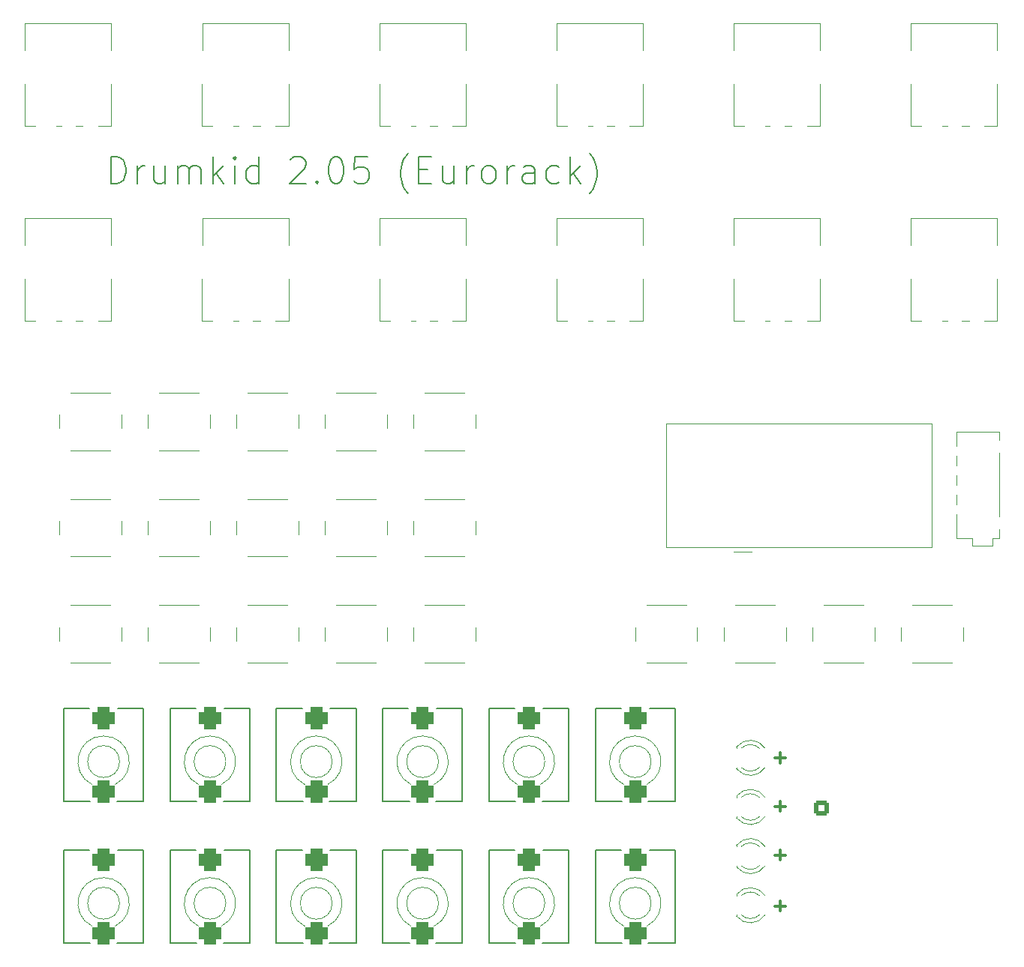
<source format=gbr>
%TF.GenerationSoftware,KiCad,Pcbnew,9.0.1*%
%TF.CreationDate,2025-05-20T14:45:17+01:00*%
%TF.ProjectId,dk2_05,646b325f-3035-42e6-9b69-6361645f7063,rev?*%
%TF.SameCoordinates,Original*%
%TF.FileFunction,Legend,Top*%
%TF.FilePolarity,Positive*%
%FSLAX46Y46*%
G04 Gerber Fmt 4.6, Leading zero omitted, Abs format (unit mm)*
G04 Created by KiCad (PCBNEW 9.0.1) date 2025-05-20 14:45:17*
%MOMM*%
%LPD*%
G01*
G04 APERTURE LIST*
G04 Aperture macros list*
%AMRoundRect*
0 Rectangle with rounded corners*
0 $1 Rounding radius*
0 $2 $3 $4 $5 $6 $7 $8 $9 X,Y pos of 4 corners*
0 Add a 4 corners polygon primitive as box body*
4,1,4,$2,$3,$4,$5,$6,$7,$8,$9,$2,$3,0*
0 Add four circle primitives for the rounded corners*
1,1,$1+$1,$2,$3*
1,1,$1+$1,$4,$5*
1,1,$1+$1,$6,$7*
1,1,$1+$1,$8,$9*
0 Add four rect primitives between the rounded corners*
20,1,$1+$1,$2,$3,$4,$5,0*
20,1,$1+$1,$4,$5,$6,$7,0*
20,1,$1+$1,$6,$7,$8,$9,0*
20,1,$1+$1,$8,$9,$2,$3,0*%
G04 Aperture macros list end*
%ADD10C,0.300000*%
%ADD11C,0.150000*%
%ADD12C,0.120000*%
%ADD13C,0.200000*%
%ADD14C,0.060000*%
%ADD15C,0.080000*%
%ADD16C,2.000000*%
%ADD17O,2.720000X3.240000*%
%ADD18R,1.800000X1.800000*%
%ADD19C,1.800000*%
%ADD20O,3.100000X2.300000*%
%ADD21RoundRect,0.650000X-0.650000X-0.650000X0.650000X-0.650000X0.650000X0.650000X-0.650000X0.650000X0*%
%ADD22R,1.500000X1.500000*%
%ADD23C,1.500000*%
%ADD24C,1.050000*%
%ADD25R,1.350000X1.350000*%
%ADD26R,1.700000X1.700000*%
%ADD27C,1.700000*%
%ADD28RoundRect,0.250000X-0.600000X-0.600000X0.600000X-0.600000X0.600000X0.600000X-0.600000X0.600000X0*%
G04 APERTURE END LIST*
D10*
X159804510Y-128979400D02*
X160947368Y-128979400D01*
X160375939Y-129550828D02*
X160375939Y-128407971D01*
X159804510Y-134479400D02*
X160947368Y-134479400D01*
X160375939Y-135050828D02*
X160375939Y-133907971D01*
X159804510Y-140229400D02*
X160947368Y-140229400D01*
X160375939Y-140800828D02*
X160375939Y-139657971D01*
D11*
X84812969Y-58625057D02*
X84812969Y-55625057D01*
X84812969Y-55625057D02*
X85527255Y-55625057D01*
X85527255Y-55625057D02*
X85955826Y-55767914D01*
X85955826Y-55767914D02*
X86241541Y-56053628D01*
X86241541Y-56053628D02*
X86384398Y-56339342D01*
X86384398Y-56339342D02*
X86527255Y-56910771D01*
X86527255Y-56910771D02*
X86527255Y-57339342D01*
X86527255Y-57339342D02*
X86384398Y-57910771D01*
X86384398Y-57910771D02*
X86241541Y-58196485D01*
X86241541Y-58196485D02*
X85955826Y-58482200D01*
X85955826Y-58482200D02*
X85527255Y-58625057D01*
X85527255Y-58625057D02*
X84812969Y-58625057D01*
X87812969Y-58625057D02*
X87812969Y-56625057D01*
X87812969Y-57196485D02*
X87955826Y-56910771D01*
X87955826Y-56910771D02*
X88098684Y-56767914D01*
X88098684Y-56767914D02*
X88384398Y-56625057D01*
X88384398Y-56625057D02*
X88670112Y-56625057D01*
X90955827Y-56625057D02*
X90955827Y-58625057D01*
X89670112Y-56625057D02*
X89670112Y-58196485D01*
X89670112Y-58196485D02*
X89812969Y-58482200D01*
X89812969Y-58482200D02*
X90098684Y-58625057D01*
X90098684Y-58625057D02*
X90527255Y-58625057D01*
X90527255Y-58625057D02*
X90812969Y-58482200D01*
X90812969Y-58482200D02*
X90955827Y-58339342D01*
X92384398Y-58625057D02*
X92384398Y-56625057D01*
X92384398Y-56910771D02*
X92527255Y-56767914D01*
X92527255Y-56767914D02*
X92812970Y-56625057D01*
X92812970Y-56625057D02*
X93241541Y-56625057D01*
X93241541Y-56625057D02*
X93527255Y-56767914D01*
X93527255Y-56767914D02*
X93670113Y-57053628D01*
X93670113Y-57053628D02*
X93670113Y-58625057D01*
X93670113Y-57053628D02*
X93812970Y-56767914D01*
X93812970Y-56767914D02*
X94098684Y-56625057D01*
X94098684Y-56625057D02*
X94527255Y-56625057D01*
X94527255Y-56625057D02*
X94812970Y-56767914D01*
X94812970Y-56767914D02*
X94955827Y-57053628D01*
X94955827Y-57053628D02*
X94955827Y-58625057D01*
X96384398Y-58625057D02*
X96384398Y-55625057D01*
X96670113Y-57482200D02*
X97527255Y-58625057D01*
X97527255Y-56625057D02*
X96384398Y-57767914D01*
X98812969Y-58625057D02*
X98812969Y-56625057D01*
X98812969Y-55625057D02*
X98670112Y-55767914D01*
X98670112Y-55767914D02*
X98812969Y-55910771D01*
X98812969Y-55910771D02*
X98955826Y-55767914D01*
X98955826Y-55767914D02*
X98812969Y-55625057D01*
X98812969Y-55625057D02*
X98812969Y-55910771D01*
X101527255Y-58625057D02*
X101527255Y-55625057D01*
X101527255Y-58482200D02*
X101241540Y-58625057D01*
X101241540Y-58625057D02*
X100670112Y-58625057D01*
X100670112Y-58625057D02*
X100384397Y-58482200D01*
X100384397Y-58482200D02*
X100241540Y-58339342D01*
X100241540Y-58339342D02*
X100098683Y-58053628D01*
X100098683Y-58053628D02*
X100098683Y-57196485D01*
X100098683Y-57196485D02*
X100241540Y-56910771D01*
X100241540Y-56910771D02*
X100384397Y-56767914D01*
X100384397Y-56767914D02*
X100670112Y-56625057D01*
X100670112Y-56625057D02*
X101241540Y-56625057D01*
X101241540Y-56625057D02*
X101527255Y-56767914D01*
X105098683Y-55910771D02*
X105241540Y-55767914D01*
X105241540Y-55767914D02*
X105527255Y-55625057D01*
X105527255Y-55625057D02*
X106241540Y-55625057D01*
X106241540Y-55625057D02*
X106527255Y-55767914D01*
X106527255Y-55767914D02*
X106670112Y-55910771D01*
X106670112Y-55910771D02*
X106812969Y-56196485D01*
X106812969Y-56196485D02*
X106812969Y-56482200D01*
X106812969Y-56482200D02*
X106670112Y-56910771D01*
X106670112Y-56910771D02*
X104955826Y-58625057D01*
X104955826Y-58625057D02*
X106812969Y-58625057D01*
X108098683Y-58339342D02*
X108241540Y-58482200D01*
X108241540Y-58482200D02*
X108098683Y-58625057D01*
X108098683Y-58625057D02*
X107955826Y-58482200D01*
X107955826Y-58482200D02*
X108098683Y-58339342D01*
X108098683Y-58339342D02*
X108098683Y-58625057D01*
X110098683Y-55625057D02*
X110384397Y-55625057D01*
X110384397Y-55625057D02*
X110670111Y-55767914D01*
X110670111Y-55767914D02*
X110812969Y-55910771D01*
X110812969Y-55910771D02*
X110955826Y-56196485D01*
X110955826Y-56196485D02*
X111098683Y-56767914D01*
X111098683Y-56767914D02*
X111098683Y-57482200D01*
X111098683Y-57482200D02*
X110955826Y-58053628D01*
X110955826Y-58053628D02*
X110812969Y-58339342D01*
X110812969Y-58339342D02*
X110670111Y-58482200D01*
X110670111Y-58482200D02*
X110384397Y-58625057D01*
X110384397Y-58625057D02*
X110098683Y-58625057D01*
X110098683Y-58625057D02*
X109812969Y-58482200D01*
X109812969Y-58482200D02*
X109670111Y-58339342D01*
X109670111Y-58339342D02*
X109527254Y-58053628D01*
X109527254Y-58053628D02*
X109384397Y-57482200D01*
X109384397Y-57482200D02*
X109384397Y-56767914D01*
X109384397Y-56767914D02*
X109527254Y-56196485D01*
X109527254Y-56196485D02*
X109670111Y-55910771D01*
X109670111Y-55910771D02*
X109812969Y-55767914D01*
X109812969Y-55767914D02*
X110098683Y-55625057D01*
X113812969Y-55625057D02*
X112384397Y-55625057D01*
X112384397Y-55625057D02*
X112241540Y-57053628D01*
X112241540Y-57053628D02*
X112384397Y-56910771D01*
X112384397Y-56910771D02*
X112670112Y-56767914D01*
X112670112Y-56767914D02*
X113384397Y-56767914D01*
X113384397Y-56767914D02*
X113670112Y-56910771D01*
X113670112Y-56910771D02*
X113812969Y-57053628D01*
X113812969Y-57053628D02*
X113955826Y-57339342D01*
X113955826Y-57339342D02*
X113955826Y-58053628D01*
X113955826Y-58053628D02*
X113812969Y-58339342D01*
X113812969Y-58339342D02*
X113670112Y-58482200D01*
X113670112Y-58482200D02*
X113384397Y-58625057D01*
X113384397Y-58625057D02*
X112670112Y-58625057D01*
X112670112Y-58625057D02*
X112384397Y-58482200D01*
X112384397Y-58482200D02*
X112241540Y-58339342D01*
X118384397Y-59767914D02*
X118241540Y-59625057D01*
X118241540Y-59625057D02*
X117955826Y-59196485D01*
X117955826Y-59196485D02*
X117812969Y-58910771D01*
X117812969Y-58910771D02*
X117670111Y-58482200D01*
X117670111Y-58482200D02*
X117527254Y-57767914D01*
X117527254Y-57767914D02*
X117527254Y-57196485D01*
X117527254Y-57196485D02*
X117670111Y-56482200D01*
X117670111Y-56482200D02*
X117812969Y-56053628D01*
X117812969Y-56053628D02*
X117955826Y-55767914D01*
X117955826Y-55767914D02*
X118241540Y-55339342D01*
X118241540Y-55339342D02*
X118384397Y-55196485D01*
X119527254Y-57053628D02*
X120527254Y-57053628D01*
X120955826Y-58625057D02*
X119527254Y-58625057D01*
X119527254Y-58625057D02*
X119527254Y-55625057D01*
X119527254Y-55625057D02*
X120955826Y-55625057D01*
X123527255Y-56625057D02*
X123527255Y-58625057D01*
X122241540Y-56625057D02*
X122241540Y-58196485D01*
X122241540Y-58196485D02*
X122384397Y-58482200D01*
X122384397Y-58482200D02*
X122670112Y-58625057D01*
X122670112Y-58625057D02*
X123098683Y-58625057D01*
X123098683Y-58625057D02*
X123384397Y-58482200D01*
X123384397Y-58482200D02*
X123527255Y-58339342D01*
X124955826Y-58625057D02*
X124955826Y-56625057D01*
X124955826Y-57196485D02*
X125098683Y-56910771D01*
X125098683Y-56910771D02*
X125241541Y-56767914D01*
X125241541Y-56767914D02*
X125527255Y-56625057D01*
X125527255Y-56625057D02*
X125812969Y-56625057D01*
X127241541Y-58625057D02*
X126955826Y-58482200D01*
X126955826Y-58482200D02*
X126812969Y-58339342D01*
X126812969Y-58339342D02*
X126670112Y-58053628D01*
X126670112Y-58053628D02*
X126670112Y-57196485D01*
X126670112Y-57196485D02*
X126812969Y-56910771D01*
X126812969Y-56910771D02*
X126955826Y-56767914D01*
X126955826Y-56767914D02*
X127241541Y-56625057D01*
X127241541Y-56625057D02*
X127670112Y-56625057D01*
X127670112Y-56625057D02*
X127955826Y-56767914D01*
X127955826Y-56767914D02*
X128098684Y-56910771D01*
X128098684Y-56910771D02*
X128241541Y-57196485D01*
X128241541Y-57196485D02*
X128241541Y-58053628D01*
X128241541Y-58053628D02*
X128098684Y-58339342D01*
X128098684Y-58339342D02*
X127955826Y-58482200D01*
X127955826Y-58482200D02*
X127670112Y-58625057D01*
X127670112Y-58625057D02*
X127241541Y-58625057D01*
X129527255Y-58625057D02*
X129527255Y-56625057D01*
X129527255Y-57196485D02*
X129670112Y-56910771D01*
X129670112Y-56910771D02*
X129812970Y-56767914D01*
X129812970Y-56767914D02*
X130098684Y-56625057D01*
X130098684Y-56625057D02*
X130384398Y-56625057D01*
X132670113Y-58625057D02*
X132670113Y-57053628D01*
X132670113Y-57053628D02*
X132527255Y-56767914D01*
X132527255Y-56767914D02*
X132241541Y-56625057D01*
X132241541Y-56625057D02*
X131670113Y-56625057D01*
X131670113Y-56625057D02*
X131384398Y-56767914D01*
X132670113Y-58482200D02*
X132384398Y-58625057D01*
X132384398Y-58625057D02*
X131670113Y-58625057D01*
X131670113Y-58625057D02*
X131384398Y-58482200D01*
X131384398Y-58482200D02*
X131241541Y-58196485D01*
X131241541Y-58196485D02*
X131241541Y-57910771D01*
X131241541Y-57910771D02*
X131384398Y-57625057D01*
X131384398Y-57625057D02*
X131670113Y-57482200D01*
X131670113Y-57482200D02*
X132384398Y-57482200D01*
X132384398Y-57482200D02*
X132670113Y-57339342D01*
X135384399Y-58482200D02*
X135098684Y-58625057D01*
X135098684Y-58625057D02*
X134527256Y-58625057D01*
X134527256Y-58625057D02*
X134241541Y-58482200D01*
X134241541Y-58482200D02*
X134098684Y-58339342D01*
X134098684Y-58339342D02*
X133955827Y-58053628D01*
X133955827Y-58053628D02*
X133955827Y-57196485D01*
X133955827Y-57196485D02*
X134098684Y-56910771D01*
X134098684Y-56910771D02*
X134241541Y-56767914D01*
X134241541Y-56767914D02*
X134527256Y-56625057D01*
X134527256Y-56625057D02*
X135098684Y-56625057D01*
X135098684Y-56625057D02*
X135384399Y-56767914D01*
X136670113Y-58625057D02*
X136670113Y-55625057D01*
X136955828Y-57482200D02*
X137812970Y-58625057D01*
X137812970Y-56625057D02*
X136670113Y-57767914D01*
X138812970Y-59767914D02*
X138955827Y-59625057D01*
X138955827Y-59625057D02*
X139241541Y-59196485D01*
X139241541Y-59196485D02*
X139384399Y-58910771D01*
X139384399Y-58910771D02*
X139527256Y-58482200D01*
X139527256Y-58482200D02*
X139670113Y-57767914D01*
X139670113Y-57767914D02*
X139670113Y-57196485D01*
X139670113Y-57196485D02*
X139527256Y-56482200D01*
X139527256Y-56482200D02*
X139384399Y-56053628D01*
X139384399Y-56053628D02*
X139241541Y-55767914D01*
X139241541Y-55767914D02*
X138955827Y-55339342D01*
X138955827Y-55339342D02*
X138812970Y-55196485D01*
D10*
X159804510Y-123479400D02*
X160947368Y-123479400D01*
X160375939Y-124050828D02*
X160375939Y-122907971D01*
D12*
%TO.C,SW10*%
X119000000Y-96750000D02*
X119000000Y-98250000D01*
X120250000Y-100750000D02*
X124750000Y-100750000D01*
X124750000Y-94250000D02*
X120250000Y-94250000D01*
X126000000Y-98250000D02*
X126000000Y-96750000D01*
%TO.C,SW8*%
X99000000Y-96750000D02*
X99000000Y-98250000D01*
X100250000Y-100750000D02*
X104750000Y-100750000D01*
X104750000Y-94250000D02*
X100250000Y-94250000D01*
X106000000Y-98250000D02*
X106000000Y-96750000D01*
%TO.C,RV3*%
X115120000Y-52120000D02*
X115120000Y-47400000D01*
X115130000Y-43590000D02*
X115130000Y-40530000D01*
X116310000Y-52120000D02*
X115130000Y-52120000D01*
X119210000Y-52120000D02*
X118680000Y-52120000D01*
X121660000Y-52120000D02*
X120830000Y-52120000D01*
X124870000Y-40530000D02*
X115130000Y-40530000D01*
X124870000Y-43590000D02*
X124870000Y-40530000D01*
X124870000Y-52120000D02*
X123380000Y-52120000D01*
X124870000Y-52120000D02*
X124870000Y-47400000D01*
D13*
%TO.C,J1*%
X91500000Y-117920000D02*
X94400000Y-117920000D01*
X91500000Y-128420000D02*
X91500000Y-117920000D01*
X91500000Y-128420000D02*
X94500000Y-128420000D01*
X97500000Y-128420000D02*
X100500000Y-128420000D01*
X97600000Y-117920000D02*
X100500000Y-117920000D01*
X100500000Y-128420000D02*
X100500000Y-117920000D01*
D12*
X94703737Y-126508577D02*
G75*
G02*
X96000000Y-121024999I1296263J2588577D01*
G01*
X96000000Y-121025000D02*
G75*
G02*
X97296263Y-126508576I0J-2895000D01*
G01*
X97800000Y-123920000D02*
G75*
G02*
X94200000Y-123920000I-1800000J0D01*
G01*
X94200000Y-123920000D02*
G75*
G02*
X97800000Y-123920000I1800000J0D01*
G01*
D13*
%TO.C,J12*%
X127500000Y-117920000D02*
X130400000Y-117920000D01*
X127500000Y-128420000D02*
X127500000Y-117920000D01*
X127500000Y-128420000D02*
X130500000Y-128420000D01*
X133500000Y-128420000D02*
X136500000Y-128420000D01*
X133600000Y-117920000D02*
X136500000Y-117920000D01*
X136500000Y-128420000D02*
X136500000Y-117920000D01*
D12*
X130703737Y-126508577D02*
G75*
G02*
X132000000Y-121024999I1296263J2588577D01*
G01*
X132000000Y-121025000D02*
G75*
G02*
X133296263Y-126508576I0J-2895000D01*
G01*
X133800000Y-123920000D02*
G75*
G02*
X130200000Y-123920000I-1800000J0D01*
G01*
X130200000Y-123920000D02*
G75*
G02*
X133800000Y-123920000I1800000J0D01*
G01*
%TO.C,RV8*%
X135120000Y-74120000D02*
X135120000Y-69400000D01*
X135130000Y-65590000D02*
X135130000Y-62530000D01*
X136310000Y-74120000D02*
X135130000Y-74120000D01*
X139210000Y-74120000D02*
X138680000Y-74120000D01*
X141660000Y-74120000D02*
X140830000Y-74120000D01*
X144870000Y-62530000D02*
X135130000Y-62530000D01*
X144870000Y-65590000D02*
X144870000Y-62530000D01*
X144870000Y-74120000D02*
X143380000Y-74120000D01*
X144870000Y-74120000D02*
X144870000Y-69400000D01*
D13*
%TO.C,J11*%
X115500000Y-117920000D02*
X118400000Y-117920000D01*
X115500000Y-128420000D02*
X115500000Y-117920000D01*
X115500000Y-128420000D02*
X118500000Y-128420000D01*
X121500000Y-128420000D02*
X124500000Y-128420000D01*
X121600000Y-117920000D02*
X124500000Y-117920000D01*
X124500000Y-128420000D02*
X124500000Y-117920000D01*
D12*
X118703737Y-126508577D02*
G75*
G02*
X120000000Y-121024999I1296263J2588577D01*
G01*
X120000000Y-121025000D02*
G75*
G02*
X121296263Y-126508576I0J-2895000D01*
G01*
X121800000Y-123920000D02*
G75*
G02*
X118200000Y-123920000I-1800000J0D01*
G01*
X118200000Y-123920000D02*
G75*
G02*
X121800000Y-123920000I1800000J0D01*
G01*
%TO.C,SW19*%
X174000000Y-108750000D02*
X174000000Y-110250000D01*
X175250000Y-112750000D02*
X179750000Y-112750000D01*
X179750000Y-106250000D02*
X175250000Y-106250000D01*
X181000000Y-110250000D02*
X181000000Y-108750000D01*
D13*
%TO.C,J9*%
X139500000Y-133920000D02*
X142400000Y-133920000D01*
X139500000Y-144420000D02*
X139500000Y-133920000D01*
X139500000Y-144420000D02*
X142500000Y-144420000D01*
X145500000Y-144420000D02*
X148500000Y-144420000D01*
X145600000Y-133920000D02*
X148500000Y-133920000D01*
X148500000Y-144420000D02*
X148500000Y-133920000D01*
D12*
X142703737Y-142508577D02*
G75*
G02*
X144000000Y-137024999I1296263J2588577D01*
G01*
X144000000Y-137025000D02*
G75*
G02*
X145296263Y-142508576I0J-2895000D01*
G01*
X145800000Y-139920000D02*
G75*
G02*
X142200000Y-139920000I-1800000J0D01*
G01*
X142200000Y-139920000D02*
G75*
G02*
X145800000Y-139920000I1800000J0D01*
G01*
%TO.C,RV4*%
X135120000Y-52120000D02*
X135120000Y-47400000D01*
X135130000Y-43590000D02*
X135130000Y-40530000D01*
X136310000Y-52120000D02*
X135130000Y-52120000D01*
X139210000Y-52120000D02*
X138680000Y-52120000D01*
X141660000Y-52120000D02*
X140830000Y-52120000D01*
X144870000Y-40530000D02*
X135130000Y-40530000D01*
X144870000Y-43590000D02*
X144870000Y-40530000D01*
X144870000Y-52120000D02*
X143380000Y-52120000D01*
X144870000Y-52120000D02*
X144870000Y-47400000D01*
%TO.C,SW3*%
X99000000Y-84750000D02*
X99000000Y-86250000D01*
X100250000Y-88750000D02*
X104750000Y-88750000D01*
X104750000Y-82250000D02*
X100250000Y-82250000D01*
X106000000Y-86250000D02*
X106000000Y-84750000D01*
%TO.C,RV1*%
X75120000Y-52120000D02*
X75120000Y-47400000D01*
X75130000Y-43590000D02*
X75130000Y-40530000D01*
X76310000Y-52120000D02*
X75130000Y-52120000D01*
X79210000Y-52120000D02*
X78680000Y-52120000D01*
X81660000Y-52120000D02*
X80830000Y-52120000D01*
X84870000Y-40530000D02*
X75130000Y-40530000D01*
X84870000Y-43590000D02*
X84870000Y-40530000D01*
X84870000Y-52120000D02*
X83380000Y-52120000D01*
X84870000Y-52120000D02*
X84870000Y-47400000D01*
%TO.C,RV10*%
X175120000Y-52120000D02*
X175120000Y-47400000D01*
X175130000Y-43590000D02*
X175130000Y-40530000D01*
X176310000Y-52120000D02*
X175130000Y-52120000D01*
X179210000Y-52120000D02*
X178680000Y-52120000D01*
X181660000Y-52120000D02*
X180830000Y-52120000D01*
X184870000Y-40530000D02*
X175130000Y-40530000D01*
X184870000Y-43590000D02*
X184870000Y-40530000D01*
X184870000Y-52120000D02*
X183380000Y-52120000D01*
X184870000Y-52120000D02*
X184870000Y-47400000D01*
D13*
%TO.C,J3*%
X79500000Y-117920000D02*
X82400000Y-117920000D01*
X79500000Y-128420000D02*
X79500000Y-117920000D01*
X79500000Y-128420000D02*
X82500000Y-128420000D01*
X85500000Y-128420000D02*
X88500000Y-128420000D01*
X85600000Y-117920000D02*
X88500000Y-117920000D01*
X88500000Y-128420000D02*
X88500000Y-117920000D01*
D12*
X82703737Y-126508577D02*
G75*
G02*
X84000000Y-121024999I1296263J2588577D01*
G01*
X84000000Y-121025000D02*
G75*
G02*
X85296263Y-126508576I0J-2895000D01*
G01*
X85800000Y-123920000D02*
G75*
G02*
X82200000Y-123920000I-1800000J0D01*
G01*
X82200000Y-123920000D02*
G75*
G02*
X85800000Y-123920000I1800000J0D01*
G01*
%TO.C,SW9*%
X109000000Y-96750000D02*
X109000000Y-98250000D01*
X110250000Y-100750000D02*
X114750000Y-100750000D01*
X114750000Y-94250000D02*
X110250000Y-94250000D01*
X116000000Y-98250000D02*
X116000000Y-96750000D01*
D13*
%TO.C,J13*%
X115500000Y-133920000D02*
X118400000Y-133920000D01*
X115500000Y-144420000D02*
X115500000Y-133920000D01*
X115500000Y-144420000D02*
X118500000Y-144420000D01*
X121500000Y-144420000D02*
X124500000Y-144420000D01*
X121600000Y-133920000D02*
X124500000Y-133920000D01*
X124500000Y-144420000D02*
X124500000Y-133920000D01*
D12*
X118703737Y-142508577D02*
G75*
G02*
X120000000Y-137024999I1296263J2588577D01*
G01*
X120000000Y-137025000D02*
G75*
G02*
X121296263Y-142508576I0J-2895000D01*
G01*
X121800000Y-139920000D02*
G75*
G02*
X118200000Y-139920000I-1800000J0D01*
G01*
X118200000Y-139920000D02*
G75*
G02*
X121800000Y-139920000I1800000J0D01*
G01*
D13*
%TO.C,J14*%
X127500000Y-133920000D02*
X130400000Y-133920000D01*
X127500000Y-144420000D02*
X127500000Y-133920000D01*
X127500000Y-144420000D02*
X130500000Y-144420000D01*
X133500000Y-144420000D02*
X136500000Y-144420000D01*
X133600000Y-133920000D02*
X136500000Y-133920000D01*
X136500000Y-144420000D02*
X136500000Y-133920000D01*
D12*
X130703737Y-142508577D02*
G75*
G02*
X132000000Y-137024999I1296263J2588577D01*
G01*
X132000000Y-137025000D02*
G75*
G02*
X133296263Y-142508576I0J-2895000D01*
G01*
X133800000Y-139920000D02*
G75*
G02*
X130200000Y-139920000I-1800000J0D01*
G01*
X130200000Y-139920000D02*
G75*
G02*
X133800000Y-139920000I1800000J0D01*
G01*
%TO.C,SW6*%
X79000000Y-96750000D02*
X79000000Y-98250000D01*
X80250000Y-100750000D02*
X84750000Y-100750000D01*
X84750000Y-94250000D02*
X80250000Y-94250000D01*
X86000000Y-98250000D02*
X86000000Y-96750000D01*
%TO.C,RV7*%
X115120000Y-74120000D02*
X115120000Y-69400000D01*
X115130000Y-65590000D02*
X115130000Y-62530000D01*
X116310000Y-74120000D02*
X115130000Y-74120000D01*
X119210000Y-74120000D02*
X118680000Y-74120000D01*
X121660000Y-74120000D02*
X120830000Y-74120000D01*
X124870000Y-62530000D02*
X115130000Y-62530000D01*
X124870000Y-65590000D02*
X124870000Y-62530000D01*
X124870000Y-74120000D02*
X123380000Y-74120000D01*
X124870000Y-74120000D02*
X124870000Y-69400000D01*
%TO.C,SW17*%
X154000000Y-108750000D02*
X154000000Y-110250000D01*
X155250000Y-112750000D02*
X159750000Y-112750000D01*
X159750000Y-106250000D02*
X155250000Y-106250000D01*
X161000000Y-110250000D02*
X161000000Y-108750000D01*
%TO.C,SW1*%
X79000000Y-84750000D02*
X79000000Y-86250000D01*
X80250000Y-88750000D02*
X84750000Y-88750000D01*
X84750000Y-82250000D02*
X80250000Y-82250000D01*
X86000000Y-86250000D02*
X86000000Y-84750000D01*
%TO.C,U3*%
X155150000Y-100190000D02*
X157150000Y-100190000D01*
X147500000Y-99730000D02*
X177500000Y-99730000D01*
X177500000Y-85730000D01*
X147500000Y-85730000D01*
X147500000Y-99730000D01*
D14*
%TO.C,J5*%
X180220000Y-86700000D02*
X182020000Y-86700000D01*
X180220000Y-98700000D02*
X180220000Y-86700000D01*
D15*
X182020000Y-86700000D02*
X184320000Y-86700000D01*
D14*
X182020000Y-98700000D02*
X180220000Y-98700000D01*
D15*
X182020000Y-99500000D02*
X182020000Y-98700000D01*
X184320000Y-98700000D02*
X184320000Y-99500000D01*
D14*
X184320000Y-98700000D02*
X185120000Y-98700000D01*
D15*
X184320000Y-99500000D02*
X182020000Y-99500000D01*
D14*
X185120000Y-86700000D02*
X184320000Y-86700000D01*
X185120000Y-98700000D02*
X185120000Y-86700000D01*
D12*
%TO.C,D3*%
X155435000Y-133364000D02*
X155435000Y-133520000D01*
X155435000Y-135680000D02*
X155435000Y-135836000D01*
X155435000Y-133364484D02*
G75*
G02*
X158666397Y-133519939I1560000J-1235516D01*
G01*
X155954039Y-133520000D02*
G75*
G02*
X158035910Y-133519951I1040961J-1080000D01*
G01*
X158035910Y-135680049D02*
G75*
G02*
X155954039Y-135680000I-1040910J1080049D01*
G01*
X158666397Y-135680061D02*
G75*
G02*
X155435000Y-135835516I-1671397J1080061D01*
G01*
%TO.C,RV11*%
X155120000Y-74120000D02*
X155120000Y-69400000D01*
X155130000Y-65590000D02*
X155130000Y-62530000D01*
X156310000Y-74120000D02*
X155130000Y-74120000D01*
X159210000Y-74120000D02*
X158680000Y-74120000D01*
X161660000Y-74120000D02*
X160830000Y-74120000D01*
X164870000Y-62530000D02*
X155130000Y-62530000D01*
X164870000Y-65590000D02*
X164870000Y-62530000D01*
X164870000Y-74120000D02*
X163380000Y-74120000D01*
X164870000Y-74120000D02*
X164870000Y-69400000D01*
%TO.C,RV9*%
X155120000Y-52120000D02*
X155120000Y-47400000D01*
X155130000Y-43590000D02*
X155130000Y-40530000D01*
X156310000Y-52120000D02*
X155130000Y-52120000D01*
X159210000Y-52120000D02*
X158680000Y-52120000D01*
X161660000Y-52120000D02*
X160830000Y-52120000D01*
X164870000Y-40530000D02*
X155130000Y-40530000D01*
X164870000Y-43590000D02*
X164870000Y-40530000D01*
X164870000Y-52120000D02*
X163380000Y-52120000D01*
X164870000Y-52120000D02*
X164870000Y-47400000D01*
D13*
%TO.C,J6*%
X91500000Y-133920000D02*
X94400000Y-133920000D01*
X91500000Y-144420000D02*
X91500000Y-133920000D01*
X91500000Y-144420000D02*
X94500000Y-144420000D01*
X97500000Y-144420000D02*
X100500000Y-144420000D01*
X97600000Y-133920000D02*
X100500000Y-133920000D01*
X100500000Y-144420000D02*
X100500000Y-133920000D01*
D12*
X94703737Y-142508577D02*
G75*
G02*
X96000000Y-137024999I1296263J2588577D01*
G01*
X96000000Y-137025000D02*
G75*
G02*
X97296263Y-142508576I0J-2895000D01*
G01*
X97800000Y-139920000D02*
G75*
G02*
X94200000Y-139920000I-1800000J0D01*
G01*
X94200000Y-139920000D02*
G75*
G02*
X97800000Y-139920000I1800000J0D01*
G01*
%TO.C,SW15*%
X119000000Y-108750000D02*
X119000000Y-110250000D01*
X120250000Y-112750000D02*
X124750000Y-112750000D01*
X124750000Y-106250000D02*
X120250000Y-106250000D01*
X126000000Y-110250000D02*
X126000000Y-108750000D01*
%TO.C,SW13*%
X99000000Y-108750000D02*
X99000000Y-110250000D01*
X100250000Y-112750000D02*
X104750000Y-112750000D01*
X104750000Y-106250000D02*
X100250000Y-106250000D01*
X106000000Y-110250000D02*
X106000000Y-108750000D01*
%TO.C,SW18*%
X164000000Y-108750000D02*
X164000000Y-110250000D01*
X165250000Y-112750000D02*
X169750000Y-112750000D01*
X169750000Y-106250000D02*
X165250000Y-106250000D01*
X171000000Y-110250000D02*
X171000000Y-108750000D01*
%TO.C,SW11*%
X79000000Y-108750000D02*
X79000000Y-110250000D01*
X80250000Y-112750000D02*
X84750000Y-112750000D01*
X84750000Y-106250000D02*
X80250000Y-106250000D01*
X86000000Y-110250000D02*
X86000000Y-108750000D01*
%TO.C,SW2*%
X89000000Y-84750000D02*
X89000000Y-86250000D01*
X90250000Y-88750000D02*
X94750000Y-88750000D01*
X94750000Y-82250000D02*
X90250000Y-82250000D01*
X96000000Y-86250000D02*
X96000000Y-84750000D01*
%TO.C,SW7*%
X89000000Y-96750000D02*
X89000000Y-98250000D01*
X90250000Y-100750000D02*
X94750000Y-100750000D01*
X94750000Y-94250000D02*
X90250000Y-94250000D01*
X96000000Y-98250000D02*
X96000000Y-96750000D01*
%TO.C,D2*%
X155435000Y-127814000D02*
X155435000Y-127970000D01*
X155435000Y-130130000D02*
X155435000Y-130286000D01*
X155435000Y-127814484D02*
G75*
G02*
X158666397Y-127969939I1560000J-1235516D01*
G01*
X155954039Y-127970000D02*
G75*
G02*
X158035910Y-127969951I1040961J-1080000D01*
G01*
X158035910Y-130130049D02*
G75*
G02*
X155954039Y-130130000I-1040910J1080049D01*
G01*
X158666397Y-130130061D02*
G75*
G02*
X155435000Y-130285516I-1671397J1080061D01*
G01*
%TO.C,D1*%
X155435000Y-122264000D02*
X155435000Y-122420000D01*
X155435000Y-124580000D02*
X155435000Y-124736000D01*
X155435000Y-122264484D02*
G75*
G02*
X158666397Y-122419939I1560000J-1235516D01*
G01*
X155954039Y-122420000D02*
G75*
G02*
X158035910Y-122419951I1040961J-1080000D01*
G01*
X158035910Y-124580049D02*
G75*
G02*
X155954039Y-124580000I-1040910J1080049D01*
G01*
X158666397Y-124580061D02*
G75*
G02*
X155435000Y-124735516I-1671397J1080061D01*
G01*
D13*
%TO.C,J4*%
X139500000Y-117920000D02*
X142400000Y-117920000D01*
X139500000Y-128420000D02*
X139500000Y-117920000D01*
X139500000Y-128420000D02*
X142500000Y-128420000D01*
X145500000Y-128420000D02*
X148500000Y-128420000D01*
X145600000Y-117920000D02*
X148500000Y-117920000D01*
X148500000Y-128420000D02*
X148500000Y-117920000D01*
D12*
X142703737Y-126508577D02*
G75*
G02*
X144000000Y-121024999I1296263J2588577D01*
G01*
X144000000Y-121025000D02*
G75*
G02*
X145296263Y-126508576I0J-2895000D01*
G01*
X145800000Y-123920000D02*
G75*
G02*
X142200000Y-123920000I-1800000J0D01*
G01*
X142200000Y-123920000D02*
G75*
G02*
X145800000Y-123920000I1800000J0D01*
G01*
%TO.C,SW12*%
X89000000Y-108750000D02*
X89000000Y-110250000D01*
X90250000Y-112750000D02*
X94750000Y-112750000D01*
X94750000Y-106250000D02*
X90250000Y-106250000D01*
X96000000Y-110250000D02*
X96000000Y-108750000D01*
%TO.C,D4*%
X155435000Y-138914000D02*
X155435000Y-139070000D01*
X155435000Y-141230000D02*
X155435000Y-141386000D01*
X155435000Y-138914484D02*
G75*
G02*
X158666397Y-139069939I1560000J-1235516D01*
G01*
X155954039Y-139070000D02*
G75*
G02*
X158035910Y-139069951I1040961J-1080000D01*
G01*
X158035910Y-141230049D02*
G75*
G02*
X155954039Y-141230000I-1040910J1080049D01*
G01*
X158666397Y-141230061D02*
G75*
G02*
X155435000Y-141385516I-1671397J1080061D01*
G01*
%TO.C,SW4*%
X109000000Y-84750000D02*
X109000000Y-86250000D01*
X110250000Y-88750000D02*
X114750000Y-88750000D01*
X114750000Y-82250000D02*
X110250000Y-82250000D01*
X116000000Y-86250000D02*
X116000000Y-84750000D01*
%TO.C,RV12*%
X175120000Y-74120000D02*
X175120000Y-69400000D01*
X175130000Y-65590000D02*
X175130000Y-62530000D01*
X176310000Y-74120000D02*
X175130000Y-74120000D01*
X179210000Y-74120000D02*
X178680000Y-74120000D01*
X181660000Y-74120000D02*
X180830000Y-74120000D01*
X184870000Y-62530000D02*
X175130000Y-62530000D01*
X184870000Y-65590000D02*
X184870000Y-62530000D01*
X184870000Y-74120000D02*
X183380000Y-74120000D01*
X184870000Y-74120000D02*
X184870000Y-69400000D01*
D13*
%TO.C,J7*%
X103500000Y-133920000D02*
X106400000Y-133920000D01*
X103500000Y-144420000D02*
X103500000Y-133920000D01*
X103500000Y-144420000D02*
X106500000Y-144420000D01*
X109500000Y-144420000D02*
X112500000Y-144420000D01*
X109600000Y-133920000D02*
X112500000Y-133920000D01*
X112500000Y-144420000D02*
X112500000Y-133920000D01*
D12*
X106703737Y-142508577D02*
G75*
G02*
X108000000Y-137024999I1296263J2588577D01*
G01*
X108000000Y-137025000D02*
G75*
G02*
X109296263Y-142508576I0J-2895000D01*
G01*
X109800000Y-139920000D02*
G75*
G02*
X106200000Y-139920000I-1800000J0D01*
G01*
X106200000Y-139920000D02*
G75*
G02*
X109800000Y-139920000I1800000J0D01*
G01*
%TO.C,RV6*%
X95120000Y-74120000D02*
X95120000Y-69400000D01*
X95130000Y-65590000D02*
X95130000Y-62530000D01*
X96310000Y-74120000D02*
X95130000Y-74120000D01*
X99210000Y-74120000D02*
X98680000Y-74120000D01*
X101660000Y-74120000D02*
X100830000Y-74120000D01*
X104870000Y-62530000D02*
X95130000Y-62530000D01*
X104870000Y-65590000D02*
X104870000Y-62530000D01*
X104870000Y-74120000D02*
X103380000Y-74120000D01*
X104870000Y-74120000D02*
X104870000Y-69400000D01*
D13*
%TO.C,J2*%
X103500000Y-117920000D02*
X106400000Y-117920000D01*
X103500000Y-128420000D02*
X103500000Y-117920000D01*
X103500000Y-128420000D02*
X106500000Y-128420000D01*
X109500000Y-128420000D02*
X112500000Y-128420000D01*
X109600000Y-117920000D02*
X112500000Y-117920000D01*
X112500000Y-128420000D02*
X112500000Y-117920000D01*
D12*
X106703737Y-126508577D02*
G75*
G02*
X108000000Y-121024999I1296263J2588577D01*
G01*
X108000000Y-121025000D02*
G75*
G02*
X109296263Y-126508576I0J-2895000D01*
G01*
X109800000Y-123920000D02*
G75*
G02*
X106200000Y-123920000I-1800000J0D01*
G01*
X106200000Y-123920000D02*
G75*
G02*
X109800000Y-123920000I1800000J0D01*
G01*
%TO.C,RV5*%
X75120000Y-74120000D02*
X75120000Y-69400000D01*
X75130000Y-65590000D02*
X75130000Y-62530000D01*
X76310000Y-74120000D02*
X75130000Y-74120000D01*
X79210000Y-74120000D02*
X78680000Y-74120000D01*
X81660000Y-74120000D02*
X80830000Y-74120000D01*
X84870000Y-62530000D02*
X75130000Y-62530000D01*
X84870000Y-65590000D02*
X84870000Y-62530000D01*
X84870000Y-74120000D02*
X83380000Y-74120000D01*
X84870000Y-74120000D02*
X84870000Y-69400000D01*
%TO.C,SW5*%
X119000000Y-84750000D02*
X119000000Y-86250000D01*
X120250000Y-88750000D02*
X124750000Y-88750000D01*
X124750000Y-82250000D02*
X120250000Y-82250000D01*
X126000000Y-86250000D02*
X126000000Y-84750000D01*
%TO.C,RV2*%
X95120000Y-52120000D02*
X95120000Y-47400000D01*
X95130000Y-43590000D02*
X95130000Y-40530000D01*
X96310000Y-52120000D02*
X95130000Y-52120000D01*
X99210000Y-52120000D02*
X98680000Y-52120000D01*
X101660000Y-52120000D02*
X100830000Y-52120000D01*
X104870000Y-40530000D02*
X95130000Y-40530000D01*
X104870000Y-43590000D02*
X104870000Y-40530000D01*
X104870000Y-52120000D02*
X103380000Y-52120000D01*
X104870000Y-52120000D02*
X104870000Y-47400000D01*
%TO.C,SW16*%
X144000000Y-108750000D02*
X144000000Y-110250000D01*
X145250000Y-112750000D02*
X149750000Y-112750000D01*
X149750000Y-106250000D02*
X145250000Y-106250000D01*
X151000000Y-110250000D02*
X151000000Y-108750000D01*
D13*
%TO.C,J8*%
X79500000Y-133920000D02*
X82400000Y-133920000D01*
X79500000Y-144420000D02*
X79500000Y-133920000D01*
X79500000Y-144420000D02*
X82500000Y-144420000D01*
X85500000Y-144420000D02*
X88500000Y-144420000D01*
X85600000Y-133920000D02*
X88500000Y-133920000D01*
X88500000Y-144420000D02*
X88500000Y-133920000D01*
D12*
X82703737Y-142508577D02*
G75*
G02*
X84000000Y-137024999I1296263J2588577D01*
G01*
X84000000Y-137025000D02*
G75*
G02*
X85296263Y-142508576I0J-2895000D01*
G01*
X85800000Y-139920000D02*
G75*
G02*
X82200000Y-139920000I-1800000J0D01*
G01*
X82200000Y-139920000D02*
G75*
G02*
X85800000Y-139920000I1800000J0D01*
G01*
%TO.C,SW14*%
X109000000Y-108750000D02*
X109000000Y-110250000D01*
X110250000Y-112750000D02*
X114750000Y-112750000D01*
X114750000Y-106250000D02*
X110250000Y-106250000D01*
X116000000Y-110250000D02*
X116000000Y-108750000D01*
%TD*%
%LPC*%
D16*
%TO.C,SW10*%
X119250000Y-95250000D03*
X125750000Y-95250000D03*
X119250000Y-99750000D03*
X125750000Y-99750000D03*
%TD*%
%TO.C,SW8*%
X99250000Y-95250000D03*
X105750000Y-95250000D03*
X99250000Y-99750000D03*
X105750000Y-99750000D03*
%TD*%
D17*
%TO.C,RV3*%
X115200000Y-45500000D03*
X124800000Y-45500000D03*
D18*
X117500000Y-53000000D03*
D19*
X120000000Y-53000000D03*
X122500000Y-53000000D03*
%TD*%
D20*
%TO.C,J1*%
X96000000Y-130400000D03*
D21*
X96000000Y-119000000D03*
X96000000Y-127300000D03*
%TD*%
D20*
%TO.C,J12*%
X132000000Y-130400000D03*
D21*
X132000000Y-119000000D03*
X132000000Y-127300000D03*
%TD*%
D17*
%TO.C,RV8*%
X135200000Y-67500000D03*
X144800000Y-67500000D03*
D18*
X137500000Y-75000000D03*
D19*
X140000000Y-75000000D03*
X142500000Y-75000000D03*
%TD*%
D20*
%TO.C,J11*%
X120000000Y-130400000D03*
D21*
X120000000Y-119000000D03*
X120000000Y-127300000D03*
%TD*%
D16*
%TO.C,SW19*%
X174250000Y-107250000D03*
X180750000Y-107250000D03*
X174250000Y-111750000D03*
X180750000Y-111750000D03*
%TD*%
D20*
%TO.C,J9*%
X144000000Y-146400000D03*
D21*
X144000000Y-135000000D03*
X144000000Y-143300000D03*
%TD*%
D17*
%TO.C,RV4*%
X135200000Y-45500000D03*
X144800000Y-45500000D03*
D18*
X137500000Y-53000000D03*
D19*
X140000000Y-53000000D03*
X142500000Y-53000000D03*
%TD*%
D16*
%TO.C,SW3*%
X99250000Y-83250000D03*
X105750000Y-83250000D03*
X99250000Y-87750000D03*
X105750000Y-87750000D03*
%TD*%
D17*
%TO.C,RV1*%
X75200000Y-45500000D03*
X84800000Y-45500000D03*
D18*
X77500000Y-53000000D03*
D19*
X80000000Y-53000000D03*
X82500000Y-53000000D03*
%TD*%
D17*
%TO.C,RV10*%
X175200000Y-45500000D03*
X184800000Y-45500000D03*
D18*
X177500000Y-53000000D03*
D19*
X180000000Y-53000000D03*
X182500000Y-53000000D03*
%TD*%
D20*
%TO.C,J3*%
X84000000Y-130400000D03*
D21*
X84000000Y-119000000D03*
X84000000Y-127300000D03*
%TD*%
D16*
%TO.C,SW9*%
X109250000Y-95250000D03*
X115750000Y-95250000D03*
X109250000Y-99750000D03*
X115750000Y-99750000D03*
%TD*%
D20*
%TO.C,J13*%
X120000000Y-146400000D03*
D21*
X120000000Y-135000000D03*
X120000000Y-143300000D03*
%TD*%
D20*
%TO.C,J14*%
X132000000Y-146400000D03*
D21*
X132000000Y-135000000D03*
X132000000Y-143300000D03*
%TD*%
D16*
%TO.C,SW6*%
X79250000Y-95250000D03*
X85750000Y-95250000D03*
X79250000Y-99750000D03*
X85750000Y-99750000D03*
%TD*%
D17*
%TO.C,RV7*%
X115200000Y-67500000D03*
X124800000Y-67500000D03*
D18*
X117500000Y-75000000D03*
D19*
X120000000Y-75000000D03*
X122500000Y-75000000D03*
%TD*%
D16*
%TO.C,SW17*%
X154250000Y-107250000D03*
X160750000Y-107250000D03*
X154250000Y-111750000D03*
X160750000Y-111750000D03*
%TD*%
%TO.C,SW1*%
X79250000Y-83250000D03*
X85750000Y-83250000D03*
X79250000Y-87750000D03*
X85750000Y-87750000D03*
%TD*%
D22*
%TO.C,U3*%
X156150000Y-97810000D03*
D23*
X158690000Y-97810000D03*
X161230000Y-97810000D03*
X163770000Y-97810000D03*
X166310000Y-97810000D03*
X168850000Y-97810000D03*
X168850000Y-87650000D03*
X166310000Y-87650000D03*
X163770000Y-87650000D03*
X161230000Y-87650000D03*
X158690000Y-87650000D03*
X156150000Y-87650000D03*
%TD*%
D24*
%TO.C,J5*%
X181550000Y-96550000D03*
X180450000Y-95450000D03*
X181550000Y-94350000D03*
X180450000Y-93250000D03*
X181550000Y-92150000D03*
X180450000Y-91050000D03*
X181550000Y-89950000D03*
X180450000Y-88850000D03*
D25*
X184720000Y-97000000D03*
X184720000Y-88400000D03*
%TD*%
D18*
%TO.C,D3*%
X155725000Y-134600000D03*
D19*
X158265000Y-134600000D03*
%TD*%
D17*
%TO.C,RV11*%
X155200000Y-67500000D03*
X164800000Y-67500000D03*
D18*
X157500000Y-75000000D03*
D19*
X160000000Y-75000000D03*
X162500000Y-75000000D03*
%TD*%
D17*
%TO.C,RV9*%
X155200000Y-45500000D03*
X164800000Y-45500000D03*
D18*
X157500000Y-53000000D03*
D19*
X160000000Y-53000000D03*
X162500000Y-53000000D03*
%TD*%
D20*
%TO.C,J6*%
X96000000Y-146400000D03*
D21*
X96000000Y-135000000D03*
X96000000Y-143300000D03*
%TD*%
D16*
%TO.C,SW15*%
X119250000Y-107250000D03*
X125750000Y-107250000D03*
X119250000Y-111750000D03*
X125750000Y-111750000D03*
%TD*%
%TO.C,SW13*%
X99250000Y-107250000D03*
X105750000Y-107250000D03*
X99250000Y-111750000D03*
X105750000Y-111750000D03*
%TD*%
%TO.C,SW18*%
X164250000Y-107250000D03*
X170750000Y-107250000D03*
X164250000Y-111750000D03*
X170750000Y-111750000D03*
%TD*%
%TO.C,SW11*%
X79250000Y-107250000D03*
X85750000Y-107250000D03*
X79250000Y-111750000D03*
X85750000Y-111750000D03*
%TD*%
%TO.C,SW2*%
X89250000Y-83250000D03*
X95750000Y-83250000D03*
X89250000Y-87750000D03*
X95750000Y-87750000D03*
%TD*%
%TO.C,SW7*%
X89250000Y-95250000D03*
X95750000Y-95250000D03*
X89250000Y-99750000D03*
X95750000Y-99750000D03*
%TD*%
D18*
%TO.C,D2*%
X155725000Y-129050000D03*
D19*
X158265000Y-129050000D03*
%TD*%
D18*
%TO.C,D1*%
X155725000Y-123500000D03*
D19*
X158265000Y-123500000D03*
%TD*%
D20*
%TO.C,J4*%
X144000000Y-130400000D03*
D21*
X144000000Y-119000000D03*
X144000000Y-127300000D03*
%TD*%
D16*
%TO.C,SW12*%
X89250000Y-107250000D03*
X95750000Y-107250000D03*
X89250000Y-111750000D03*
X95750000Y-111750000D03*
%TD*%
D18*
%TO.C,D4*%
X155725000Y-140150000D03*
D19*
X158265000Y-140150000D03*
%TD*%
D16*
%TO.C,SW4*%
X109250000Y-83250000D03*
X115750000Y-83250000D03*
X109250000Y-87750000D03*
X115750000Y-87750000D03*
%TD*%
D17*
%TO.C,RV12*%
X175200000Y-67500000D03*
X184800000Y-67500000D03*
D18*
X177500000Y-75000000D03*
D19*
X180000000Y-75000000D03*
X182500000Y-75000000D03*
%TD*%
D20*
%TO.C,J7*%
X108000000Y-146400000D03*
D21*
X108000000Y-135000000D03*
X108000000Y-143300000D03*
%TD*%
D17*
%TO.C,RV6*%
X95200000Y-67500000D03*
X104800000Y-67500000D03*
D18*
X97500000Y-75000000D03*
D19*
X100000000Y-75000000D03*
X102500000Y-75000000D03*
%TD*%
D20*
%TO.C,J2*%
X108000000Y-130400000D03*
D21*
X108000000Y-119000000D03*
X108000000Y-127300000D03*
%TD*%
D17*
%TO.C,RV5*%
X75200000Y-67500000D03*
X84800000Y-67500000D03*
D18*
X77500000Y-75000000D03*
D19*
X80000000Y-75000000D03*
X82500000Y-75000000D03*
%TD*%
D16*
%TO.C,SW5*%
X119250000Y-83250000D03*
X125750000Y-83250000D03*
X119250000Y-87750000D03*
X125750000Y-87750000D03*
%TD*%
D17*
%TO.C,RV2*%
X95200000Y-45500000D03*
X104800000Y-45500000D03*
D18*
X97500000Y-53000000D03*
D19*
X100000000Y-53000000D03*
X102500000Y-53000000D03*
%TD*%
D16*
%TO.C,SW16*%
X144250000Y-107250000D03*
X150750000Y-107250000D03*
X144250000Y-111750000D03*
X150750000Y-111750000D03*
%TD*%
D20*
%TO.C,J8*%
X84000000Y-146400000D03*
D21*
X84000000Y-135000000D03*
X84000000Y-143300000D03*
%TD*%
D16*
%TO.C,SW14*%
X109250000Y-107250000D03*
X115750000Y-107250000D03*
X109250000Y-111750000D03*
X115750000Y-111750000D03*
%TD*%
D26*
%TO.C,J10*%
X185000000Y-111540000D03*
D27*
X185000000Y-109000000D03*
X185000000Y-106460000D03*
%TD*%
D28*
%TO.C,J16*%
X165000000Y-129180000D03*
D27*
X167540000Y-129180000D03*
X165000000Y-126640000D03*
X167540000Y-126640000D03*
X165000000Y-124100000D03*
X167540000Y-124100000D03*
X165000000Y-121560000D03*
X167540000Y-121560000D03*
X165000000Y-119020000D03*
X167540000Y-119020000D03*
%TD*%
D26*
%TO.C,J15*%
X146190000Y-58250000D03*
D27*
X148730000Y-58250000D03*
X151270000Y-58250000D03*
X153810000Y-58250000D03*
%TD*%
%TO.C,A1*%
X181490000Y-104070000D03*
X181490000Y-101530000D03*
X178950000Y-104070000D03*
X178950000Y-101530000D03*
X176410000Y-104070000D03*
X176410000Y-101530000D03*
X173870000Y-104070000D03*
X173870000Y-101530000D03*
X171330000Y-104070000D03*
X171330000Y-101530000D03*
X168790000Y-104070000D03*
X168790000Y-101530000D03*
X166250000Y-104070000D03*
X166250000Y-101530000D03*
X163710000Y-104070000D03*
X163710000Y-101530000D03*
X161170000Y-104070000D03*
X161170000Y-101530000D03*
X158630000Y-104070000D03*
X158630000Y-101530000D03*
X156090000Y-104070000D03*
X156090000Y-101530000D03*
X153550000Y-104070000D03*
X153550000Y-101530000D03*
X151010000Y-104070000D03*
X151010000Y-101530000D03*
X148470000Y-104070000D03*
X148470000Y-101530000D03*
X145930000Y-104070000D03*
X145930000Y-101530000D03*
X143390000Y-104070000D03*
X143390000Y-101530000D03*
X140850000Y-104070000D03*
X140850000Y-101530000D03*
X138310000Y-104070000D03*
X138310000Y-101530000D03*
X135770000Y-104070000D03*
X135770000Y-101530000D03*
X133230000Y-104070000D03*
X133230000Y-101530000D03*
X133230000Y-83750000D03*
X133230000Y-81210000D03*
X135770000Y-83750000D03*
X135770000Y-81210000D03*
X138310000Y-83750000D03*
X138310000Y-81210000D03*
X140850000Y-83750000D03*
X140850000Y-81210000D03*
X143390000Y-83750000D03*
X143390000Y-81210000D03*
X145930000Y-83750000D03*
X145930000Y-81210000D03*
X148470000Y-83750000D03*
X148470000Y-81210000D03*
X151010000Y-83750000D03*
X151010000Y-81210000D03*
X153550000Y-83750000D03*
X153550000Y-81210000D03*
X156090000Y-83750000D03*
X156090000Y-81210000D03*
X158630000Y-83750000D03*
X158630000Y-81210000D03*
X161170000Y-83750000D03*
X161170000Y-81210000D03*
X163710000Y-83750000D03*
X163710000Y-81210000D03*
X166250000Y-83750000D03*
X166250000Y-81210000D03*
X168790000Y-83750000D03*
X168790000Y-81210000D03*
X171330000Y-83750000D03*
X171330000Y-81210000D03*
X173870000Y-83750000D03*
X173870000Y-81210000D03*
X176410000Y-83750000D03*
X176410000Y-81210000D03*
X178950000Y-83750000D03*
X178950000Y-81210000D03*
X181490000Y-83750000D03*
X181490000Y-81210000D03*
%TD*%
%LPD*%
M02*

</source>
